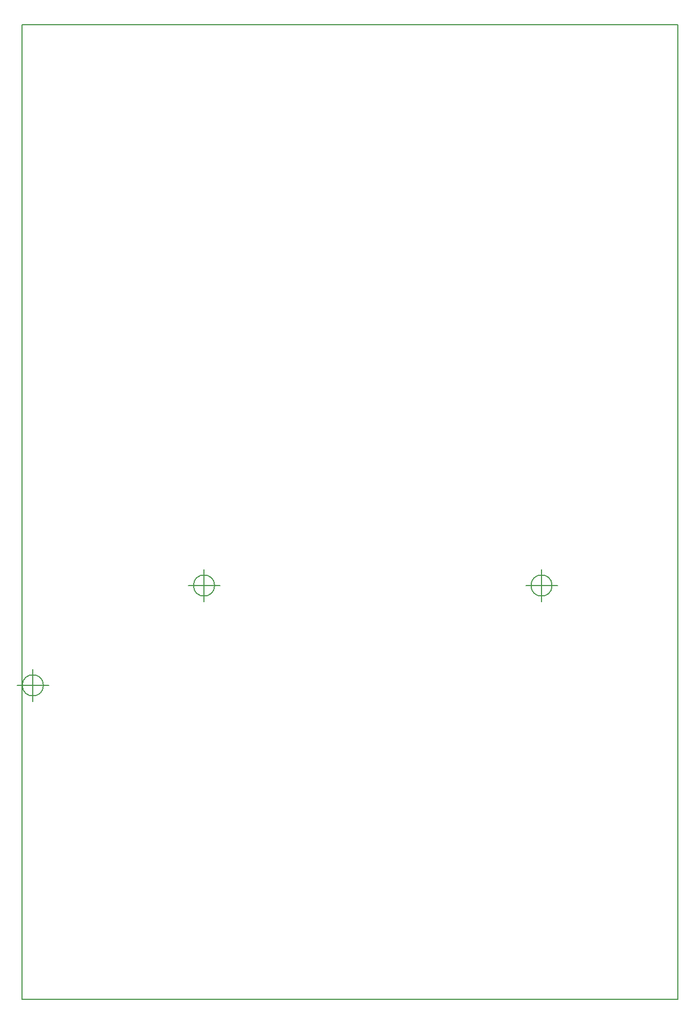
<source format=gbr>
G04 #@! TF.FileFunction,Profile,NP*
%FSLAX46Y46*%
G04 Gerber Fmt 4.6, Leading zero omitted, Abs format (unit mm)*
G04 Created by KiCad (PCBNEW 4.0.7-e2-6376~58~ubuntu14.04.1) date Mon Feb 26 15:39:35 2018*
%MOMM*%
%LPD*%
G01*
G04 APERTURE LIST*
%ADD10C,0.100000*%
%ADD11C,0.150000*%
G04 APERTURE END LIST*
D10*
D11*
X0Y153750000D02*
X0Y0D01*
X30416666Y65250000D02*
G75*
G03X30416666Y65250000I-1666666J0D01*
G01*
X26250000Y65250000D02*
X31250000Y65250000D01*
X28750000Y67750000D02*
X28750000Y62750000D01*
X83666666Y65250000D02*
G75*
G03X83666666Y65250000I-1666666J0D01*
G01*
X79500000Y65250000D02*
X84500000Y65250000D01*
X82000000Y67750000D02*
X82000000Y62750000D01*
X103500000Y153750000D02*
X0Y153750000D01*
X103500000Y53750000D02*
X103500000Y153750000D01*
X103500000Y0D02*
X103500000Y53750000D01*
X3416666Y49500000D02*
G75*
G03X3416666Y49500000I-1666666J0D01*
G01*
X-750000Y49500000D02*
X4250000Y49500000D01*
X1750000Y52000000D02*
X1750000Y47000000D01*
X103500000Y0D02*
X0Y0D01*
M02*

</source>
